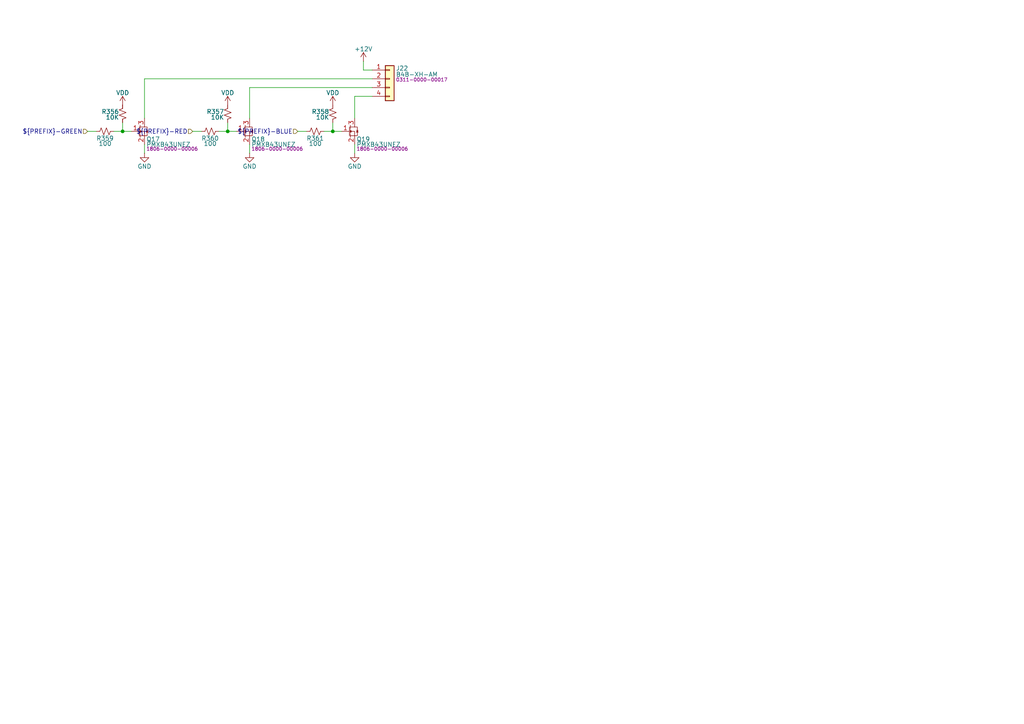
<source format=kicad_sch>
(kicad_sch
	(version 20250114)
	(generator "eeschema")
	(generator_version "9.0")
	(uuid "d7d31d92-9e18-41c2-a02e-017c1159420a")
	(paper "A4")
	(title_block
		(title "Benchy Motherboard AM625 - Lighting RGB Channel 1")
		(rev "REV1")
		(company "Daxxn Industries")
		(comment 4 "Small net labels (≤0.65) are for clarity and do not connect to other nets.")
	)
	(lib_symbols
		(symbol "DX_Connector_JST:B4B-XH-A"
			(pin_names
				(offset 1.016)
				(hide yes)
			)
			(exclude_from_sim no)
			(in_bom yes)
			(on_board yes)
			(property "Reference" "J"
				(at 1.778 3.048 0)
				(effects
					(font
						(size 1.27 1.27)
					)
					(justify left)
				)
			)
			(property "Value" "B4B-XH-AM"
				(at 1.778 1.27 0)
				(effects
					(font
						(size 1.27 1.27)
					)
					(justify left)
				)
			)
			(property "Footprint" "Connector_JST:JST_XH_B4B-XH-A_1x04_P2.50mm_Vertical"
				(at 0 10.414 0)
				(effects
					(font
						(size 1.27 1.27)
					)
					(hide yes)
				)
			)
			(property "Datasheet" "${DATASHEETS}/eXH.pdf"
				(at -0.254 12.954 0)
				(effects
					(font
						(size 1.27 1.27)
					)
					(hide yes)
				)
			)
			(property "Description" "CONN HEADER VERT 4POS 2.5MM"
				(at -0.762 8.636 0)
				(effects
					(font
						(size 1.27 1.27)
					)
					(hide yes)
				)
			)
			(property "PartNumber" "0311-0000-00017"
				(at 1.778 -0.254 0)
				(effects
					(font
						(size 1 1)
					)
					(justify left)
				)
			)
			(property "ki_keywords" "connector jst xh 4pin"
				(at 0 0 0)
				(effects
					(font
						(size 1.27 1.27)
					)
					(hide yes)
				)
			)
			(property "ki_fp_filters" "Connector*:*_1x??_*"
				(at 0 0 0)
				(effects
					(font
						(size 1.27 1.27)
					)
					(hide yes)
				)
			)
			(symbol "B4B-XH-A_1_1"
				(rectangle
					(start -1.27 3.81)
					(end 1.27 -6.35)
					(stroke
						(width 0.254)
						(type default)
					)
					(fill
						(type background)
					)
				)
				(rectangle
					(start -1.27 2.667)
					(end 0 2.413)
					(stroke
						(width 0.1524)
						(type default)
					)
					(fill
						(type none)
					)
				)
				(rectangle
					(start -1.27 0.127)
					(end 0 -0.127)
					(stroke
						(width 0.1524)
						(type default)
					)
					(fill
						(type none)
					)
				)
				(rectangle
					(start -1.27 -2.413)
					(end 0 -2.667)
					(stroke
						(width 0.1524)
						(type default)
					)
					(fill
						(type none)
					)
				)
				(rectangle
					(start -1.27 -4.953)
					(end 0 -5.207)
					(stroke
						(width 0.1524)
						(type default)
					)
					(fill
						(type none)
					)
				)
				(pin passive line
					(at -5.08 2.54 0)
					(length 3.81)
					(name "Pin_1"
						(effects
							(font
								(size 1.27 1.27)
							)
						)
					)
					(number "1"
						(effects
							(font
								(size 1.27 1.27)
							)
						)
					)
				)
				(pin passive line
					(at -5.08 0 0)
					(length 3.81)
					(name "Pin_2"
						(effects
							(font
								(size 1.27 1.27)
							)
						)
					)
					(number "2"
						(effects
							(font
								(size 1.27 1.27)
							)
						)
					)
				)
				(pin passive line
					(at -5.08 -2.54 0)
					(length 3.81)
					(name "Pin_3"
						(effects
							(font
								(size 1.27 1.27)
							)
						)
					)
					(number "3"
						(effects
							(font
								(size 1.27 1.27)
							)
						)
					)
				)
				(pin passive line
					(at -5.08 -5.08 0)
					(length 3.81)
					(name "Pin_4"
						(effects
							(font
								(size 1.27 1.27)
							)
						)
					)
					(number "4"
						(effects
							(font
								(size 1.27 1.27)
							)
						)
					)
				)
			)
			(embedded_fonts no)
		)
		(symbol "DX_Resistor:RC0402JR-07100RL"
			(pin_numbers
				(hide yes)
			)
			(pin_names
				(offset 0.254)
				(hide yes)
			)
			(exclude_from_sim no)
			(in_bom yes)
			(on_board yes)
			(property "Reference" "R"
				(at 1.016 0.635 0)
				(effects
					(font
						(size 1.27 1.27)
					)
					(justify left)
				)
			)
			(property "Value" "100"
				(at 1.016 -1.016 0)
				(effects
					(font
						(size 1.27 1.27)
					)
					(justify left)
				)
			)
			(property "Footprint" "Daxxn_Standard_Resistors:RES_0402"
				(at 0 5.334 0)
				(effects
					(font
						(size 1.27 1.27)
					)
					(hide yes)
				)
			)
			(property "Datasheet" "${DATASHEETS}/RC-Series.pdf"
				(at 0 6.35 0)
				(effects
					(font
						(size 1.27 1.27)
					)
					(hide yes)
				)
			)
			(property "Description" "RES 100 OHM 5% 1/16W 0402"
				(at 0 3.81 0)
				(effects
					(font
						(size 1.27 1.27)
					)
					(hide yes)
				)
			)
			(property "PartNumber" "0204-0000-00011"
				(at 0 7.874 0)
				(effects
					(font
						(size 1.27 1.27)
					)
					(hide yes)
				)
			)
			(property "ki_keywords" "r resistor daxxn"
				(at 0 0 0)
				(effects
					(font
						(size 1.27 1.27)
					)
					(hide yes)
				)
			)
			(property "ki_fp_filters" "R_*"
				(at 0 0 0)
				(effects
					(font
						(size 1.27 1.27)
					)
					(hide yes)
				)
			)
			(symbol "RC0402JR-07100RL_1_1"
				(polyline
					(pts
						(xy 0 1.524) (xy 1.016 1.143) (xy 0 0.762) (xy -1.016 0.381) (xy 0 0)
					)
					(stroke
						(width 0)
						(type default)
					)
					(fill
						(type none)
					)
				)
				(polyline
					(pts
						(xy 0 0) (xy 1.016 -0.381) (xy 0 -0.762) (xy -1.016 -1.143) (xy 0 -1.524)
					)
					(stroke
						(width 0)
						(type default)
					)
					(fill
						(type none)
					)
				)
				(pin passive line
					(at 0 2.54 270)
					(length 1.016)
					(name "~"
						(effects
							(font
								(size 1.27 1.27)
							)
						)
					)
					(number "1"
						(effects
							(font
								(size 1.27 1.27)
							)
						)
					)
				)
				(pin passive line
					(at 0 -2.54 90)
					(length 1.016)
					(name "~"
						(effects
							(font
								(size 1.27 1.27)
							)
						)
					)
					(number "2"
						(effects
							(font
								(size 1.27 1.27)
							)
						)
					)
				)
			)
			(embedded_fonts no)
		)
		(symbol "DX_Resistor:RC0402JR-0710KL"
			(pin_numbers
				(hide yes)
			)
			(pin_names
				(offset 0.254)
				(hide yes)
			)
			(exclude_from_sim no)
			(in_bom yes)
			(on_board yes)
			(property "Reference" "R"
				(at 1.016 0.635 0)
				(effects
					(font
						(size 1.27 1.27)
					)
					(justify left)
				)
			)
			(property "Value" "10K"
				(at 1.016 -1.016 0)
				(effects
					(font
						(size 1.27 1.27)
					)
					(justify left)
				)
			)
			(property "Footprint" "Daxxn_Standard_Resistors:RES_0402"
				(at 0 5.334 0)
				(effects
					(font
						(size 1.27 1.27)
					)
					(hide yes)
				)
			)
			(property "Datasheet" "${DATASHEETS}/RC-Series.pdf"
				(at 0 6.35 0)
				(effects
					(font
						(size 1.27 1.27)
					)
					(hide yes)
				)
			)
			(property "Description" "RES 10K OHM 5% 1/16W 0402"
				(at 0 3.81 0)
				(effects
					(font
						(size 1.27 1.27)
					)
					(hide yes)
				)
			)
			(property "PartNumber" "0204-0000-00016"
				(at 0 8.128 0)
				(effects
					(font
						(size 1.27 1.27)
					)
					(hide yes)
				)
			)
			(property "ki_keywords" "r resistor daxxn"
				(at 0 0 0)
				(effects
					(font
						(size 1.27 1.27)
					)
					(hide yes)
				)
			)
			(property "ki_fp_filters" "R_*"
				(at 0 0 0)
				(effects
					(font
						(size 1.27 1.27)
					)
					(hide yes)
				)
			)
			(symbol "RC0402JR-0710KL_1_1"
				(polyline
					(pts
						(xy 0 1.524) (xy 1.016 1.143) (xy 0 0.762) (xy -1.016 0.381) (xy 0 0)
					)
					(stroke
						(width 0)
						(type default)
					)
					(fill
						(type none)
					)
				)
				(polyline
					(pts
						(xy 0 0) (xy 1.016 -0.381) (xy 0 -0.762) (xy -1.016 -1.143) (xy 0 -1.524)
					)
					(stroke
						(width 0)
						(type default)
					)
					(fill
						(type none)
					)
				)
				(pin passive line
					(at 0 2.54 270)
					(length 1.016)
					(name "~"
						(effects
							(font
								(size 1.27 1.27)
							)
						)
					)
					(number "1"
						(effects
							(font
								(size 1.27 1.27)
							)
						)
					)
				)
				(pin passive line
					(at 0 -2.54 90)
					(length 1.016)
					(name "~"
						(effects
							(font
								(size 1.27 1.27)
							)
						)
					)
					(number "2"
						(effects
							(font
								(size 1.27 1.27)
							)
						)
					)
				)
			)
			(embedded_fonts no)
		)
		(symbol "DX_Transistor_MOSFET:PMXB43UNEZ"
			(exclude_from_sim no)
			(in_bom yes)
			(on_board yes)
			(property "Reference" "Q"
				(at 2.794 1.778 0)
				(effects
					(font
						(size 1.27 1.27)
					)
					(justify left)
				)
			)
			(property "Value" "PMXB43UNEZ"
				(at 2.794 0 0)
				(effects
					(font
						(size 1.27 1.27)
					)
					(justify left)
				)
			)
			(property "Footprint" "Daxxn_Packages:DFN1010D-3"
				(at 1.27 8.382 0)
				(effects
					(font
						(size 1.27 1.27)
					)
					(hide yes)
				)
			)
			(property "Datasheet" "%LOCAL_DATASHEETS%/PMXB43UNE.pdf"
				(at 1.27 5.842 0)
				(effects
					(font
						(size 1.27 1.27)
					)
					(hide yes)
				)
			)
			(property "Description" "N-Channel 20 V 3.2A (Ta) 400mW (Ta), 8.33W (Tc) Surface Mount DFN1010D-3"
				(at 0 7.112 0)
				(effects
					(font
						(size 1.27 1.27)
					)
					(hide yes)
				)
			)
			(property "PartNumber" "1806-0000-00006"
				(at 2.794 -1.524 0)
				(effects
					(font
						(size 1 1)
					)
					(justify left)
				)
			)
			(property "ki_keywords" "n-ch mosfet fet"
				(at 0 0 0)
				(effects
					(font
						(size 1.27 1.27)
					)
					(hide yes)
				)
			)
			(symbol "PMXB43UNEZ_0_0"
				(pin input line
					(at -2.54 0 0)
					(length 2.25)
					(name "G"
						(effects
							(font
								(size 0 0)
							)
						)
					)
					(number "1"
						(effects
							(font
								(size 1.27 1.27)
							)
						)
					)
				)
				(pin bidirectional line
					(at 1.27 3.81 270)
					(length 2.54)
					(name "D"
						(effects
							(font
								(size 0 0)
							)
						)
					)
					(number "3"
						(effects
							(font
								(size 1.27 1.27)
							)
						)
					)
				)
				(pin bidirectional line
					(at 1.27 -3.81 90)
					(length 2.54)
					(name "S"
						(effects
							(font
								(size 0 0)
							)
						)
					)
					(number "2"
						(effects
							(font
								(size 1.27 1.27)
							)
						)
					)
				)
			)
			(symbol "PMXB43UNEZ_0_1"
				(polyline
					(pts
						(xy -0.254 -1.27) (xy -0.254 1.27)
					)
					(stroke
						(width 0)
						(type default)
					)
					(fill
						(type none)
					)
				)
				(polyline
					(pts
						(xy 0 1.778) (xy 0 0.762)
					)
					(stroke
						(width 0)
						(type default)
					)
					(fill
						(type none)
					)
				)
				(polyline
					(pts
						(xy 0 1.27) (xy 1.27 1.27) (xy 1.27 1.27)
					)
					(stroke
						(width 0)
						(type default)
					)
					(fill
						(type none)
					)
				)
				(polyline
					(pts
						(xy 0 0) (xy 0.254 0.254) (xy 0.254 -0.254) (xy 0 0)
					)
					(stroke
						(width 0)
						(type default)
					)
					(fill
						(type none)
					)
				)
				(polyline
					(pts
						(xy 0 -0.508) (xy 0 0.508)
					)
					(stroke
						(width 0)
						(type default)
					)
					(fill
						(type none)
					)
				)
				(polyline
					(pts
						(xy 0 -1.27) (xy 1.27 -1.27) (xy 1.27 -1.27)
					)
					(stroke
						(width 0)
						(type default)
					)
					(fill
						(type none)
					)
				)
				(polyline
					(pts
						(xy 0 -1.778) (xy 0 -0.762)
					)
					(stroke
						(width 0)
						(type default)
					)
					(fill
						(type none)
					)
				)
				(polyline
					(pts
						(xy 1.27 -1.27) (xy 1.27 0) (xy 0 0)
					)
					(stroke
						(width 0)
						(type default)
					)
					(fill
						(type none)
					)
				)
				(polyline
					(pts
						(xy 1.27 -1.27) (xy 2.032 -1.27) (xy 2.032 1.27) (xy 1.27 1.27)
					)
					(stroke
						(width 0)
						(type default)
					)
					(fill
						(type none)
					)
				)
				(polyline
					(pts
						(xy 1.778 0.254) (xy 2.286 0.254)
					)
					(stroke
						(width 0)
						(type default)
					)
					(fill
						(type none)
					)
				)
				(polyline
					(pts
						(xy 2.032 0.254) (xy 1.778 -0.254) (xy 2.286 -0.254) (xy 2.032 0.254)
					)
					(stroke
						(width 0)
						(type default)
					)
					(fill
						(type outline)
					)
				)
			)
			(embedded_fonts no)
		)
		(symbol "power:+12V"
			(power)
			(pin_numbers
				(hide yes)
			)
			(pin_names
				(offset 0)
				(hide yes)
			)
			(exclude_from_sim no)
			(in_bom yes)
			(on_board yes)
			(property "Reference" "#PWR"
				(at 0 -3.81 0)
				(effects
					(font
						(size 1.27 1.27)
					)
					(hide yes)
				)
			)
			(property "Value" "+12V"
				(at 0 3.556 0)
				(effects
					(font
						(size 1.27 1.27)
					)
				)
			)
			(property "Footprint" ""
				(at 0 0 0)
				(effects
					(font
						(size 1.27 1.27)
					)
					(hide yes)
				)
			)
			(property "Datasheet" ""
				(at 0 0 0)
				(effects
					(font
						(size 1.27 1.27)
					)
					(hide yes)
				)
			)
			(property "Description" "Power symbol creates a global label with name \"+12V\""
				(at 0 0 0)
				(effects
					(font
						(size 1.27 1.27)
					)
					(hide yes)
				)
			)
			(property "ki_keywords" "global power"
				(at 0 0 0)
				(effects
					(font
						(size 1.27 1.27)
					)
					(hide yes)
				)
			)
			(symbol "+12V_0_1"
				(polyline
					(pts
						(xy -0.762 1.27) (xy 0 2.54)
					)
					(stroke
						(width 0)
						(type default)
					)
					(fill
						(type none)
					)
				)
				(polyline
					(pts
						(xy 0 2.54) (xy 0.762 1.27)
					)
					(stroke
						(width 0)
						(type default)
					)
					(fill
						(type none)
					)
				)
				(polyline
					(pts
						(xy 0 0) (xy 0 2.54)
					)
					(stroke
						(width 0)
						(type default)
					)
					(fill
						(type none)
					)
				)
			)
			(symbol "+12V_1_1"
				(pin power_in line
					(at 0 0 90)
					(length 0)
					(name "~"
						(effects
							(font
								(size 1.27 1.27)
							)
						)
					)
					(number "1"
						(effects
							(font
								(size 1.27 1.27)
							)
						)
					)
				)
			)
			(embedded_fonts no)
		)
		(symbol "power:GND"
			(power)
			(pin_numbers
				(hide yes)
			)
			(pin_names
				(offset 0)
				(hide yes)
			)
			(exclude_from_sim no)
			(in_bom yes)
			(on_board yes)
			(property "Reference" "#PWR"
				(at 0 -6.35 0)
				(effects
					(font
						(size 1.27 1.27)
					)
					(hide yes)
				)
			)
			(property "Value" "GND"
				(at 0 -3.81 0)
				(effects
					(font
						(size 1.27 1.27)
					)
				)
			)
			(property "Footprint" ""
				(at 0 0 0)
				(effects
					(font
						(size 1.27 1.27)
					)
					(hide yes)
				)
			)
			(property "Datasheet" ""
				(at 0 0 0)
				(effects
					(font
						(size 1.27 1.27)
					)
					(hide yes)
				)
			)
			(property "Description" "Power symbol creates a global label with name \"GND\" , ground"
				(at 0 0 0)
				(effects
					(font
						(size 1.27 1.27)
					)
					(hide yes)
				)
			)
			(property "ki_keywords" "global power"
				(at 0 0 0)
				(effects
					(font
						(size 1.27 1.27)
					)
					(hide yes)
				)
			)
			(symbol "GND_0_1"
				(polyline
					(pts
						(xy 0 0) (xy 0 -1.27) (xy 1.27 -1.27) (xy 0 -2.54) (xy -1.27 -1.27) (xy 0 -1.27)
					)
					(stroke
						(width 0)
						(type default)
					)
					(fill
						(type none)
					)
				)
			)
			(symbol "GND_1_1"
				(pin power_in line
					(at 0 0 270)
					(length 0)
					(name "~"
						(effects
							(font
								(size 1.27 1.27)
							)
						)
					)
					(number "1"
						(effects
							(font
								(size 1.27 1.27)
							)
						)
					)
				)
			)
			(embedded_fonts no)
		)
		(symbol "power:VDD"
			(power)
			(pin_numbers
				(hide yes)
			)
			(pin_names
				(offset 0)
				(hide yes)
			)
			(exclude_from_sim no)
			(in_bom yes)
			(on_board yes)
			(property "Reference" "#PWR"
				(at 0 -3.81 0)
				(effects
					(font
						(size 1.27 1.27)
					)
					(hide yes)
				)
			)
			(property "Value" "VDD"
				(at 0 3.556 0)
				(effects
					(font
						(size 1.27 1.27)
					)
				)
			)
			(property "Footprint" ""
				(at 0 0 0)
				(effects
					(font
						(size 1.27 1.27)
					)
					(hide yes)
				)
			)
			(property "Datasheet" ""
				(at 0 0 0)
				(effects
					(font
						(size 1.27 1.27)
					)
					(hide yes)
				)
			)
			(property "Description" "Power symbol creates a global label with name \"VDD\""
				(at 0 0 0)
				(effects
					(font
						(size 1.27 1.27)
					)
					(hide yes)
				)
			)
			(property "ki_keywords" "global power"
				(at 0 0 0)
				(effects
					(font
						(size 1.27 1.27)
					)
					(hide yes)
				)
			)
			(symbol "VDD_0_1"
				(polyline
					(pts
						(xy -0.762 1.27) (xy 0 2.54)
					)
					(stroke
						(width 0)
						(type default)
					)
					(fill
						(type none)
					)
				)
				(polyline
					(pts
						(xy 0 2.54) (xy 0.762 1.27)
					)
					(stroke
						(width 0)
						(type default)
					)
					(fill
						(type none)
					)
				)
				(polyline
					(pts
						(xy 0 0) (xy 0 2.54)
					)
					(stroke
						(width 0)
						(type default)
					)
					(fill
						(type none)
					)
				)
			)
			(symbol "VDD_1_1"
				(pin power_in line
					(at 0 0 90)
					(length 0)
					(name "~"
						(effects
							(font
								(size 1.27 1.27)
							)
						)
					)
					(number "1"
						(effects
							(font
								(size 1.27 1.27)
							)
						)
					)
				)
			)
			(embedded_fonts no)
		)
	)
	(junction
		(at 66.04 38.1)
		(diameter 0)
		(color 0 0 0 0)
		(uuid "1ff6e0a1-d3f2-436f-b2e7-94105c5ef4ec")
	)
	(junction
		(at 96.52 38.1)
		(diameter 0)
		(color 0 0 0 0)
		(uuid "3be41e56-2514-4349-82c1-bcbb6362afb3")
	)
	(junction
		(at 35.56 38.1)
		(diameter 0)
		(color 0 0 0 0)
		(uuid "ca21646f-aa2a-4f51-a044-9c8bf1e73c05")
	)
	(wire
		(pts
			(xy 35.56 38.1) (xy 38.1 38.1)
		)
		(stroke
			(width 0)
			(type default)
		)
		(uuid "20ee4fa9-b0aa-46c1-8a5c-71c8e5bf6302")
	)
	(wire
		(pts
			(xy 105.41 17.78) (xy 105.41 20.32)
		)
		(stroke
			(width 0)
			(type default)
		)
		(uuid "21aede7d-cf22-4688-9d90-e530aa63785c")
	)
	(wire
		(pts
			(xy 93.98 38.1) (xy 96.52 38.1)
		)
		(stroke
			(width 0)
			(type default)
		)
		(uuid "23f46d8e-9abc-4dd6-bac7-0f848060fe23")
	)
	(wire
		(pts
			(xy 72.39 34.29) (xy 72.39 25.4)
		)
		(stroke
			(width 0)
			(type default)
		)
		(uuid "44fe8ac3-69b0-415a-a35c-87608ba4aa55")
	)
	(wire
		(pts
			(xy 107.95 22.86) (xy 41.91 22.86)
		)
		(stroke
			(width 0)
			(type default)
		)
		(uuid "460198a4-2dd2-41e8-90ed-8462051bc11a")
	)
	(wire
		(pts
			(xy 96.52 38.1) (xy 99.06 38.1)
		)
		(stroke
			(width 0)
			(type default)
		)
		(uuid "520d5477-fe97-4976-b001-9ccbf303d7ef")
	)
	(wire
		(pts
			(xy 66.04 35.56) (xy 66.04 38.1)
		)
		(stroke
			(width 0)
			(type default)
		)
		(uuid "60032388-51e7-471d-bedc-5b5764f44c0c")
	)
	(wire
		(pts
			(xy 25.4 38.1) (xy 27.94 38.1)
		)
		(stroke
			(width 0)
			(type default)
		)
		(uuid "854aba0d-3b6d-4a7c-8967-9e1b76d8531d")
	)
	(wire
		(pts
			(xy 102.87 41.91) (xy 102.87 44.45)
		)
		(stroke
			(width 0)
			(type default)
		)
		(uuid "a9fab39c-c7b2-43fb-8d59-1c02930fd8ce")
	)
	(wire
		(pts
			(xy 41.91 41.91) (xy 41.91 44.45)
		)
		(stroke
			(width 0)
			(type default)
		)
		(uuid "adec2ee5-a54a-4e38-80ad-ace9bd206de7")
	)
	(wire
		(pts
			(xy 102.87 34.29) (xy 102.87 27.94)
		)
		(stroke
			(width 0)
			(type default)
		)
		(uuid "af468fad-6ce5-4581-bb37-c9dbaacbbe28")
	)
	(wire
		(pts
			(xy 35.56 35.56) (xy 35.56 38.1)
		)
		(stroke
			(width 0)
			(type default)
		)
		(uuid "af5ed1ee-4d7a-4a7a-a352-8e424a7ab85e")
	)
	(wire
		(pts
			(xy 41.91 22.86) (xy 41.91 34.29)
		)
		(stroke
			(width 0)
			(type default)
		)
		(uuid "b7b28bf3-b91c-4898-b1fa-94fe36c27ad3")
	)
	(wire
		(pts
			(xy 107.95 20.32) (xy 105.41 20.32)
		)
		(stroke
			(width 0)
			(type default)
		)
		(uuid "b7f73f9b-8ae7-40c9-a093-319300f68631")
	)
	(wire
		(pts
			(xy 102.87 27.94) (xy 107.95 27.94)
		)
		(stroke
			(width 0)
			(type default)
		)
		(uuid "baef1b5e-9ea5-436d-9f6b-6f4542d8c694")
	)
	(wire
		(pts
			(xy 55.88 38.1) (xy 58.42 38.1)
		)
		(stroke
			(width 0)
			(type default)
		)
		(uuid "bb9f5aa1-2f4e-4cc7-9e22-a158b8f2c78b")
	)
	(wire
		(pts
			(xy 96.52 35.56) (xy 96.52 38.1)
		)
		(stroke
			(width 0)
			(type default)
		)
		(uuid "d0db85aa-becf-409a-ae7f-f4416f2d1212")
	)
	(wire
		(pts
			(xy 63.5 38.1) (xy 66.04 38.1)
		)
		(stroke
			(width 0)
			(type default)
		)
		(uuid "ec8ca55f-a6aa-4e72-8b75-38b7167dd5ee")
	)
	(wire
		(pts
			(xy 72.39 41.91) (xy 72.39 44.45)
		)
		(stroke
			(width 0)
			(type default)
		)
		(uuid "efcebbb2-4ed5-442e-a812-8f4255d67124")
	)
	(wire
		(pts
			(xy 33.02 38.1) (xy 35.56 38.1)
		)
		(stroke
			(width 0)
			(type default)
		)
		(uuid "f66b8a9c-ac9e-4660-8509-4ffcfd61379b")
	)
	(wire
		(pts
			(xy 72.39 25.4) (xy 107.95 25.4)
		)
		(stroke
			(width 0)
			(type default)
		)
		(uuid "fc75c11e-2ab0-4ea2-858c-b4c016387c0f")
	)
	(wire
		(pts
			(xy 86.36 38.1) (xy 88.9 38.1)
		)
		(stroke
			(width 0)
			(type default)
		)
		(uuid "fd19eff0-6b26-414e-816f-f72e445be4b3")
	)
	(wire
		(pts
			(xy 66.04 38.1) (xy 68.58 38.1)
		)
		(stroke
			(width 0)
			(type default)
		)
		(uuid "fed16901-576b-4d9f-863e-db10094c6bee")
	)
	(hierarchical_label "${PREFIX}-GREEN"
		(shape input)
		(at 25.4 38.1 180)
		(effects
			(font
				(size 1.27 1.27)
			)
			(justify right)
		)
		(uuid "50562028-d75c-4cbf-bb41-f9b66fc8b3ed")
	)
	(hierarchical_label "${PREFIX}-BLUE"
		(shape input)
		(at 86.36 38.1 180)
		(effects
			(font
				(size 1.27 1.27)
			)
			(justify right)
		)
		(uuid "5f8872b0-0a50-4ee2-9d48-fba5d69d30e3")
	)
	(hierarchical_label "${PREFIX}-RED"
		(shape input)
		(at 55.88 38.1 180)
		(effects
			(font
				(size 1.27 1.27)
			)
			(justify right)
		)
		(uuid "d2365eac-4adb-49ec-a3b1-27fb7516f4b2")
	)
	(symbol
		(lib_id "power:GND")
		(at 41.91 44.45 0)
		(unit 1)
		(exclude_from_sim no)
		(in_bom yes)
		(on_board yes)
		(dnp no)
		(uuid "1191265f-904a-4e0e-bc79-649633e79358")
		(property "Reference" "#PWR0560"
			(at 41.91 50.8 0)
			(effects
				(font
					(size 1.27 1.27)
				)
				(hide yes)
			)
		)
		(property "Value" "GND"
			(at 41.91 48.26 0)
			(effects
				(font
					(size 1.27 1.27)
				)
			)
		)
		(property "Footprint" ""
			(at 41.91 44.45 0)
			(effects
				(font
					(size 1.27 1.27)
				)
				(hide yes)
			)
		)
		(property "Datasheet" ""
			(at 41.91 44.45 0)
			(effects
				(font
					(size 1.27 1.27)
				)
				(hide yes)
			)
		)
		(property "Description" "Power symbol creates a global label with name \"GND\" , ground"
			(at 41.91 44.45 0)
			(effects
				(font
					(size 1.27 1.27)
				)
				(hide yes)
			)
		)
		(pin "1"
			(uuid "362ebd45-4873-42f7-9897-5804adbe930e")
		)
		(instances
			(project "BenchyMotherBoard-AM625"
				(path "/7184a1e6-58da-49c8-8a6c-ea31385ec956/8494b7c1-cb3d-49c1-ba37-1630d97ce06f/3fe17120-705d-40ef-9e19-837f254f8ef5"
					(reference "#PWR0560")
					(unit 1)
				)
			)
		)
	)
	(symbol
		(lib_id "DX_Resistor:RC0402JR-07100RL")
		(at 30.48 38.1 90)
		(unit 1)
		(exclude_from_sim no)
		(in_bom yes)
		(on_board yes)
		(dnp no)
		(uuid "2cae50da-825f-4a70-a8ef-a35b1f69eb0f")
		(property "Reference" "R359"
			(at 30.48 40.132 90)
			(effects
				(font
					(size 1.27 1.27)
				)
			)
		)
		(property "Value" "100"
			(at 30.48 41.656 90)
			(effects
				(font
					(size 1.27 1.27)
				)
			)
		)
		(property "Footprint" "Daxxn_Standard_Resistors:RES_0402"
			(at 25.146 38.1 0)
			(effects
				(font
					(size 1.27 1.27)
				)
				(hide yes)
			)
		)
		(property "Datasheet" "${DATASHEETS}/RC-Series.pdf"
			(at 24.13 38.1 0)
			(effects
				(font
					(size 1.27 1.27)
				)
				(hide yes)
			)
		)
		(property "Description" "RES 100 OHM 5% 1/16W 0402"
			(at 26.67 38.1 0)
			(effects
				(font
					(size 1.27 1.27)
				)
				(hide yes)
			)
		)
		(property "PartNumber" "0204-0000-00011"
			(at 22.606 38.1 0)
			(effects
				(font
					(size 1.27 1.27)
				)
				(hide yes)
			)
		)
		(pin "2"
			(uuid "f3b6ac5e-3e33-4aa0-82cd-b3aa146f31d9")
		)
		(pin "1"
			(uuid "99a45b98-8ed5-40ec-8805-1aae5de95764")
		)
		(instances
			(project "BenchyMotherBoard-AM625"
				(path "/7184a1e6-58da-49c8-8a6c-ea31385ec956/8494b7c1-cb3d-49c1-ba37-1630d97ce06f/3fe17120-705d-40ef-9e19-837f254f8ef5"
					(reference "R359")
					(unit 1)
				)
			)
		)
	)
	(symbol
		(lib_id "DX_Transistor_MOSFET:PMXB43UNEZ")
		(at 71.12 38.1 0)
		(unit 1)
		(exclude_from_sim no)
		(in_bom yes)
		(on_board yes)
		(dnp no)
		(uuid "4a0adf49-075d-49d8-84c2-7e05b2ca3d73")
		(property "Reference" "Q18"
			(at 72.898 40.386 0)
			(effects
				(font
					(size 1.27 1.27)
				)
				(justify left)
			)
		)
		(property "Value" "PMXB43UNEZ"
			(at 72.898 41.91 0)
			(effects
				(font
					(size 1.27 1.27)
				)
				(justify left)
			)
		)
		(property "Footprint" "Daxxn_Packages:DFN1010D-3"
			(at 72.39 29.718 0)
			(effects
				(font
					(size 1.27 1.27)
				)
				(hide yes)
			)
		)
		(property "Datasheet" "%LOCAL_DATASHEETS%/PMXB43UNE.pdf"
			(at 72.39 32.258 0)
			(effects
				(font
					(size 1.27 1.27)
				)
				(hide yes)
			)
		)
		(property "Description" "N-Channel 20 V 3.2A (Ta) 400mW (Ta), 8.33W (Tc) Surface Mount DFN1010D-3"
			(at 71.12 30.988 0)
			(effects
				(font
					(size 1.27 1.27)
				)
				(hide yes)
			)
		)
		(property "PartNumber" "1806-0000-00006"
			(at 72.898 43.18 0)
			(effects
				(font
					(size 1 1)
				)
				(justify left)
			)
		)
		(pin "3"
			(uuid "409f8bfb-7048-456a-b6ef-a92d02e76516")
		)
		(pin "1"
			(uuid "10ad7926-a580-49e8-8fbb-8d79dddb776f")
		)
		(pin "2"
			(uuid "050d6a09-f3f0-41cb-ae38-3c876cb93d4a")
		)
		(instances
			(project "BenchyMotherBoard-AM625"
				(path "/7184a1e6-58da-49c8-8a6c-ea31385ec956/8494b7c1-cb3d-49c1-ba37-1630d97ce06f/3fe17120-705d-40ef-9e19-837f254f8ef5"
					(reference "Q18")
					(unit 1)
				)
			)
		)
	)
	(symbol
		(lib_id "power:VDD")
		(at 96.52 30.48 0)
		(unit 1)
		(exclude_from_sim no)
		(in_bom yes)
		(on_board yes)
		(dnp no)
		(uuid "4a5d997f-4d29-40a8-bcbc-38ab9d71ee31")
		(property "Reference" "#PWR0559"
			(at 96.52 34.29 0)
			(effects
				(font
					(size 1.27 1.27)
				)
				(hide yes)
			)
		)
		(property "Value" "VDD"
			(at 96.52 26.924 0)
			(effects
				(font
					(size 1.27 1.27)
				)
			)
		)
		(property "Footprint" ""
			(at 96.52 30.48 0)
			(effects
				(font
					(size 1.27 1.27)
				)
				(hide yes)
			)
		)
		(property "Datasheet" ""
			(at 96.52 30.48 0)
			(effects
				(font
					(size 1.27 1.27)
				)
				(hide yes)
			)
		)
		(property "Description" "Power symbol creates a global label with name \"VDD\""
			(at 96.52 30.48 0)
			(effects
				(font
					(size 1.27 1.27)
				)
				(hide yes)
			)
		)
		(pin "1"
			(uuid "10f60d1d-d06e-40c2-b629-e13b9298ac67")
		)
		(instances
			(project "BenchyMotherBoard-AM625"
				(path "/7184a1e6-58da-49c8-8a6c-ea31385ec956/8494b7c1-cb3d-49c1-ba37-1630d97ce06f/3fe17120-705d-40ef-9e19-837f254f8ef5"
					(reference "#PWR0559")
					(unit 1)
				)
			)
		)
	)
	(symbol
		(lib_id "DX_Transistor_MOSFET:PMXB43UNEZ")
		(at 101.6 38.1 0)
		(unit 1)
		(exclude_from_sim no)
		(in_bom yes)
		(on_board yes)
		(dnp no)
		(uuid "63535092-9ad6-4477-bc59-93158329924c")
		(property "Reference" "Q19"
			(at 103.378 40.386 0)
			(effects
				(font
					(size 1.27 1.27)
				)
				(justify left)
			)
		)
		(property "Value" "PMXB43UNEZ"
			(at 103.378 41.91 0)
			(effects
				(font
					(size 1.27 1.27)
				)
				(justify left)
			)
		)
		(property "Footprint" "Daxxn_Packages:DFN1010D-3"
			(at 102.87 29.718 0)
			(effects
				(font
					(size 1.27 1.27)
				)
				(hide yes)
			)
		)
		(property "Datasheet" "%LOCAL_DATASHEETS%/PMXB43UNE.pdf"
			(at 102.87 32.258 0)
			(effects
				(font
					(size 1.27 1.27)
				)
				(hide yes)
			)
		)
		(property "Description" "N-Channel 20 V 3.2A (Ta) 400mW (Ta), 8.33W (Tc) Surface Mount DFN1010D-3"
			(at 101.6 30.988 0)
			(effects
				(font
					(size 1.27 1.27)
				)
				(hide yes)
			)
		)
		(property "PartNumber" "1806-0000-00006"
			(at 103.378 43.18 0)
			(effects
				(font
					(size 1 1)
				)
				(justify left)
			)
		)
		(pin "3"
			(uuid "ee181c5e-20c4-4f5d-833c-9343c897d976")
		)
		(pin "1"
			(uuid "02bfb68a-83cb-4df6-8d3d-d992cfd402f0")
		)
		(pin "2"
			(uuid "1f9a0bde-2679-469c-baab-da3dc3077a43")
		)
		(instances
			(project "BenchyMotherBoard-AM625"
				(path "/7184a1e6-58da-49c8-8a6c-ea31385ec956/8494b7c1-cb3d-49c1-ba37-1630d97ce06f/3fe17120-705d-40ef-9e19-837f254f8ef5"
					(reference "Q19")
					(unit 1)
				)
			)
		)
	)
	(symbol
		(lib_id "power:VDD")
		(at 66.04 30.48 0)
		(unit 1)
		(exclude_from_sim no)
		(in_bom yes)
		(on_board yes)
		(dnp no)
		(uuid "732dfe97-2f70-460c-9552-d9acfcdec72a")
		(property "Reference" "#PWR0558"
			(at 66.04 34.29 0)
			(effects
				(font
					(size 1.27 1.27)
				)
				(hide yes)
			)
		)
		(property "Value" "VDD"
			(at 66.04 26.924 0)
			(effects
				(font
					(size 1.27 1.27)
				)
			)
		)
		(property "Footprint" ""
			(at 66.04 30.48 0)
			(effects
				(font
					(size 1.27 1.27)
				)
				(hide yes)
			)
		)
		(property "Datasheet" ""
			(at 66.04 30.48 0)
			(effects
				(font
					(size 1.27 1.27)
				)
				(hide yes)
			)
		)
		(property "Description" "Power symbol creates a global label with name \"VDD\""
			(at 66.04 30.48 0)
			(effects
				(font
					(size 1.27 1.27)
				)
				(hide yes)
			)
		)
		(pin "1"
			(uuid "147a8977-e575-4d39-9ee5-9f3f71f29bad")
		)
		(instances
			(project "BenchyMotherBoard-AM625"
				(path "/7184a1e6-58da-49c8-8a6c-ea31385ec956/8494b7c1-cb3d-49c1-ba37-1630d97ce06f/3fe17120-705d-40ef-9e19-837f254f8ef5"
					(reference "#PWR0558")
					(unit 1)
				)
			)
		)
	)
	(symbol
		(lib_id "DX_Connector_JST:B4B-XH-A")
		(at 113.03 22.86 0)
		(unit 1)
		(exclude_from_sim no)
		(in_bom yes)
		(on_board yes)
		(dnp no)
		(uuid "7e91606e-c655-4973-97b4-40057b79d75b")
		(property "Reference" "J33"
			(at 114.808 19.812 0)
			(effects
				(font
					(size 1.27 1.27)
				)
				(justify left)
			)
		)
		(property "Value" "B4B-XH-AM"
			(at 114.808 21.59 0)
			(effects
				(font
					(size 1.27 1.27)
				)
				(justify left)
			)
		)
		(property "Footprint" "Connector_JST:JST_XH_B4B-XH-A_1x04_P2.50mm_Vertical"
			(at 113.03 12.446 0)
			(effects
				(font
					(size 1.27 1.27)
				)
				(hide yes)
			)
		)
		(property "Datasheet" "${DATASHEETS}/eXH.pdf"
			(at 112.776 9.906 0)
			(effects
				(font
					(size 1.27 1.27)
				)
				(hide yes)
			)
		)
		(property "Description" "CONN HEADER VERT 4POS 2.5MM"
			(at 112.268 14.224 0)
			(effects
				(font
					(size 1.27 1.27)
				)
				(hide yes)
			)
		)
		(property "PartNumber" "0311-0000-00017"
			(at 114.808 23.114 0)
			(effects
				(font
					(size 1 1)
				)
				(justify left)
			)
		)
		(pin "1"
			(uuid "c5cb0b2e-179f-47e5-99e5-2d6d5fdd883d")
		)
		(pin "2"
			(uuid "8794d13d-034f-4fd8-b0e0-014eb1c20200")
		)
		(pin "4"
			(uuid "1834ff58-8a07-4026-80a6-e3d91787dbf3")
		)
		(pin "3"
			(uuid "6bf98f49-ff2d-4e09-bc80-94e69cc7fc45")
		)
		(instances
			(project ""
				(path "/7184a1e6-58da-49c8-8a6c-ea31385ec956/8494b7c1-cb3d-49c1-ba37-1630d97ce06f"
					(reference "J22")
					(unit 1)
				)
				(path "/7184a1e6-58da-49c8-8a6c-ea31385ec956/8494b7c1-cb3d-49c1-ba37-1630d97ce06f/3fe17120-705d-40ef-9e19-837f254f8ef5"
					(reference "J33")
					(unit 1)
				)
			)
		)
	)
	(symbol
		(lib_id "DX_Resistor:RC0402JR-07100RL")
		(at 91.44 38.1 90)
		(unit 1)
		(exclude_from_sim no)
		(in_bom yes)
		(on_board yes)
		(dnp no)
		(uuid "8fe22675-c6ac-4644-91fd-5795bf5d4ba3")
		(property "Reference" "R361"
			(at 91.44 40.132 90)
			(effects
				(font
					(size 1.27 1.27)
				)
			)
		)
		(property "Value" "100"
			(at 91.44 41.656 90)
			(effects
				(font
					(size 1.27 1.27)
				)
			)
		)
		(property "Footprint" "Daxxn_Standard_Resistors:RES_0402"
			(at 86.106 38.1 0)
			(effects
				(font
					(size 1.27 1.27)
				)
				(hide yes)
			)
		)
		(property "Datasheet" "${DATASHEETS}/RC-Series.pdf"
			(at 85.09 38.1 0)
			(effects
				(font
					(size 1.27 1.27)
				)
				(hide yes)
			)
		)
		(property "Description" "RES 100 OHM 5% 1/16W 0402"
			(at 87.63 38.1 0)
			(effects
				(font
					(size 1.27 1.27)
				)
				(hide yes)
			)
		)
		(property "PartNumber" "0204-0000-00011"
			(at 83.566 38.1 0)
			(effects
				(font
					(size 1.27 1.27)
				)
				(hide yes)
			)
		)
		(pin "2"
			(uuid "209cf30c-0731-4038-adb7-e82eb6cedda6")
		)
		(pin "1"
			(uuid "5dc3c8ea-dfa5-4a57-90ce-2e3e679586e8")
		)
		(instances
			(project "BenchyMotherBoard-AM625"
				(path "/7184a1e6-58da-49c8-8a6c-ea31385ec956/8494b7c1-cb3d-49c1-ba37-1630d97ce06f/3fe17120-705d-40ef-9e19-837f254f8ef5"
					(reference "R361")
					(unit 1)
				)
			)
		)
	)
	(symbol
		(lib_id "DX_Resistor:RC0402JR-07100RL")
		(at 60.96 38.1 90)
		(unit 1)
		(exclude_from_sim no)
		(in_bom yes)
		(on_board yes)
		(dnp no)
		(uuid "94af70bc-ce34-4be2-b6df-78dc9cbd755d")
		(property "Reference" "R360"
			(at 60.96 40.132 90)
			(effects
				(font
					(size 1.27 1.27)
				)
			)
		)
		(property "Value" "100"
			(at 60.96 41.656 90)
			(effects
				(font
					(size 1.27 1.27)
				)
			)
		)
		(property "Footprint" "Daxxn_Standard_Resistors:RES_0402"
			(at 55.626 38.1 0)
			(effects
				(font
					(size 1.27 1.27)
				)
				(hide yes)
			)
		)
		(property "Datasheet" "${DATASHEETS}/RC-Series.pdf"
			(at 54.61 38.1 0)
			(effects
				(font
					(size 1.27 1.27)
				)
				(hide yes)
			)
		)
		(property "Description" "RES 100 OHM 5% 1/16W 0402"
			(at 57.15 38.1 0)
			(effects
				(font
					(size 1.27 1.27)
				)
				(hide yes)
			)
		)
		(property "PartNumber" "0204-0000-00011"
			(at 53.086 38.1 0)
			(effects
				(font
					(size 1.27 1.27)
				)
				(hide yes)
			)
		)
		(pin "2"
			(uuid "6f7c6529-007e-4d01-92f0-b17709bdcb9a")
		)
		(pin "1"
			(uuid "704e660e-3ff5-4c4c-8648-0acda8eb433b")
		)
		(instances
			(project "BenchyMotherBoard-AM625"
				(path "/7184a1e6-58da-49c8-8a6c-ea31385ec956/8494b7c1-cb3d-49c1-ba37-1630d97ce06f/3fe17120-705d-40ef-9e19-837f254f8ef5"
					(reference "R360")
					(unit 1)
				)
			)
		)
	)
	(symbol
		(lib_id "power:+12V")
		(at 105.41 17.78 0)
		(unit 1)
		(exclude_from_sim no)
		(in_bom yes)
		(on_board yes)
		(dnp no)
		(uuid "95bcd523-b1a4-4549-ae7e-3c299e4b2377")
		(property "Reference" "#PWR0556"
			(at 105.41 21.59 0)
			(effects
				(font
					(size 1.27 1.27)
				)
				(hide yes)
			)
		)
		(property "Value" "+12V"
			(at 105.41 14.224 0)
			(effects
				(font
					(size 1.27 1.27)
				)
			)
		)
		(property "Footprint" ""
			(at 105.41 17.78 0)
			(effects
				(font
					(size 1.27 1.27)
				)
				(hide yes)
			)
		)
		(property "Datasheet" ""
			(at 105.41 17.78 0)
			(effects
				(font
					(size 1.27 1.27)
				)
				(hide yes)
			)
		)
		(property "Description" "Power symbol creates a global label with name \"+12V\""
			(at 105.41 17.78 0)
			(effects
				(font
					(size 1.27 1.27)
				)
				(hide yes)
			)
		)
		(pin "1"
			(uuid "33f3beb4-2d30-40a4-b497-641edb1106de")
		)
		(instances
			(project "BenchyMotherBoard-AM625"
				(path "/7184a1e6-58da-49c8-8a6c-ea31385ec956/8494b7c1-cb3d-49c1-ba37-1630d97ce06f/3fe17120-705d-40ef-9e19-837f254f8ef5"
					(reference "#PWR0556")
					(unit 1)
				)
			)
		)
	)
	(symbol
		(lib_id "DX_Resistor:RC0402JR-0710KL")
		(at 96.52 33.02 0)
		(mirror y)
		(unit 1)
		(exclude_from_sim no)
		(in_bom yes)
		(on_board yes)
		(dnp no)
		(uuid "a4863b10-f7a3-45f3-b77a-376bda544260")
		(property "Reference" "R358"
			(at 95.504 32.385 0)
			(effects
				(font
					(size 1.27 1.27)
				)
				(justify left)
			)
		)
		(property "Value" "10K"
			(at 95.504 34.036 0)
			(effects
				(font
					(size 1.27 1.27)
				)
				(justify left)
			)
		)
		(property "Footprint" "Daxxn_Standard_Resistors:RES_0402"
			(at 96.52 27.686 0)
			(effects
				(font
					(size 1.27 1.27)
				)
				(hide yes)
			)
		)
		(property "Datasheet" "${DATASHEETS}/RC-Series.pdf"
			(at 96.52 26.67 0)
			(effects
				(font
					(size 1.27 1.27)
				)
				(hide yes)
			)
		)
		(property "Description" "RES 10K OHM 5% 1/16W 0402"
			(at 96.52 29.21 0)
			(effects
				(font
					(size 1.27 1.27)
				)
				(hide yes)
			)
		)
		(property "PartNumber" "0204-0000-00016"
			(at 96.52 24.892 0)
			(effects
				(font
					(size 1.27 1.27)
				)
				(hide yes)
			)
		)
		(pin "2"
			(uuid "bc2cd0a6-9008-44dd-8528-7474f6f18bfc")
		)
		(pin "1"
			(uuid "bb99aede-94c7-4a7d-9dd9-7142b5690520")
		)
		(instances
			(project "BenchyMotherBoard-AM625"
				(path "/7184a1e6-58da-49c8-8a6c-ea31385ec956/8494b7c1-cb3d-49c1-ba37-1630d97ce06f/3fe17120-705d-40ef-9e19-837f254f8ef5"
					(reference "R358")
					(unit 1)
				)
			)
		)
	)
	(symbol
		(lib_id "power:GND")
		(at 72.39 44.45 0)
		(unit 1)
		(exclude_from_sim no)
		(in_bom yes)
		(on_board yes)
		(dnp no)
		(uuid "a6218f5e-b8ab-4b34-8e87-9ad5b0ee6bd9")
		(property "Reference" "#PWR0561"
			(at 72.39 50.8 0)
			(effects
				(font
					(size 1.27 1.27)
				)
				(hide yes)
			)
		)
		(property "Value" "GND"
			(at 72.39 48.26 0)
			(effects
				(font
					(size 1.27 1.27)
				)
			)
		)
		(property "Footprint" ""
			(at 72.39 44.45 0)
			(effects
				(font
					(size 1.27 1.27)
				)
				(hide yes)
			)
		)
		(property "Datasheet" ""
			(at 72.39 44.45 0)
			(effects
				(font
					(size 1.27 1.27)
				)
				(hide yes)
			)
		)
		(property "Description" "Power symbol creates a global label with name \"GND\" , ground"
			(at 72.39 44.45 0)
			(effects
				(font
					(size 1.27 1.27)
				)
				(hide yes)
			)
		)
		(pin "1"
			(uuid "da94597b-1cb9-4a8e-80b4-eb4ce09dfd4f")
		)
		(instances
			(project "BenchyMotherBoard-AM625"
				(path "/7184a1e6-58da-49c8-8a6c-ea31385ec956/8494b7c1-cb3d-49c1-ba37-1630d97ce06f/3fe17120-705d-40ef-9e19-837f254f8ef5"
					(reference "#PWR0561")
					(unit 1)
				)
			)
		)
	)
	(symbol
		(lib_id "DX_Transistor_MOSFET:PMXB43UNEZ")
		(at 40.64 38.1 0)
		(unit 1)
		(exclude_from_sim no)
		(in_bom yes)
		(on_board yes)
		(dnp no)
		(uuid "c44d4983-a8f5-48b5-a4fd-0cad7b713386")
		(property "Reference" "Q17"
			(at 42.418 40.386 0)
			(effects
				(font
					(size 1.27 1.27)
				)
				(justify left)
			)
		)
		(property "Value" "PMXB43UNEZ"
			(at 42.418 41.91 0)
			(effects
				(font
					(size 1.27 1.27)
				)
				(justify left)
			)
		)
		(property "Footprint" "Daxxn_Packages:DFN1010D-3"
			(at 41.91 29.718 0)
			(effects
				(font
					(size 1.27 1.27)
				)
				(hide yes)
			)
		)
		(property "Datasheet" "%LOCAL_DATASHEETS%/PMXB43UNE.pdf"
			(at 41.91 32.258 0)
			(effects
				(font
					(size 1.27 1.27)
				)
				(hide yes)
			)
		)
		(property "Description" "N-Channel 20 V 3.2A (Ta) 400mW (Ta), 8.33W (Tc) Surface Mount DFN1010D-3"
			(at 40.64 30.988 0)
			(effects
				(font
					(size 1.27 1.27)
				)
				(hide yes)
			)
		)
		(property "PartNumber" "1806-0000-00006"
			(at 42.418 43.18 0)
			(effects
				(font
					(size 1 1)
				)
				(justify left)
			)
		)
		(pin "3"
			(uuid "86667df7-cfff-4c16-9da9-b1f1d340d2b0")
		)
		(pin "1"
			(uuid "c45bf196-4083-460c-8720-8b1622d97e00")
		)
		(pin "2"
			(uuid "55d1740c-1d9c-45f7-9b5a-06293bdb308e")
		)
		(instances
			(project "BenchyMotherBoard-AM625"
				(path "/7184a1e6-58da-49c8-8a6c-ea31385ec956/8494b7c1-cb3d-49c1-ba37-1630d97ce06f/3fe17120-705d-40ef-9e19-837f254f8ef5"
					(reference "Q17")
					(unit 1)
				)
			)
		)
	)
	(symbol
		(lib_id "power:VDD")
		(at 35.56 30.48 0)
		(unit 1)
		(exclude_from_sim no)
		(in_bom yes)
		(on_board yes)
		(dnp no)
		(uuid "d111e189-0afe-44bd-8638-b6623aa0ca7e")
		(property "Reference" "#PWR0557"
			(at 35.56 34.29 0)
			(effects
				(font
					(size 1.27 1.27)
				)
				(hide yes)
			)
		)
		(property "Value" "VDD"
			(at 35.56 26.924 0)
			(effects
				(font
					(size 1.27 1.27)
				)
			)
		)
		(property "Footprint" ""
			(at 35.56 30.48 0)
			(effects
				(font
					(size 1.27 1.27)
				)
				(hide yes)
			)
		)
		(property "Datasheet" ""
			(at 35.56 30.48 0)
			(effects
				(font
					(size 1.27 1.27)
				)
				(hide yes)
			)
		)
		(property "Description" "Power symbol creates a global label with name \"VDD\""
			(at 35.56 30.48 0)
			(effects
				(font
					(size 1.27 1.27)
				)
				(hide yes)
			)
		)
		(pin "1"
			(uuid "4abde872-0e82-4bb4-b0c9-4756dcd73ca3")
		)
		(instances
			(project ""
				(path "/7184a1e6-58da-49c8-8a6c-ea31385ec956/8494b7c1-cb3d-49c1-ba37-1630d97ce06f/3fe17120-705d-40ef-9e19-837f254f8ef5"
					(reference "#PWR0557")
					(unit 1)
				)
			)
		)
	)
	(symbol
		(lib_id "power:GND")
		(at 102.87 44.45 0)
		(unit 1)
		(exclude_from_sim no)
		(in_bom yes)
		(on_board yes)
		(dnp no)
		(uuid "de9078c5-5a49-403b-89ba-779b0960f0dd")
		(property "Reference" "#PWR0562"
			(at 102.87 50.8 0)
			(effects
				(font
					(size 1.27 1.27)
				)
				(hide yes)
			)
		)
		(property "Value" "GND"
			(at 102.87 48.26 0)
			(effects
				(font
					(size 1.27 1.27)
				)
			)
		)
		(property "Footprint" ""
			(at 102.87 44.45 0)
			(effects
				(font
					(size 1.27 1.27)
				)
				(hide yes)
			)
		)
		(property "Datasheet" ""
			(at 102.87 44.45 0)
			(effects
				(font
					(size 1.27 1.27)
				)
				(hide yes)
			)
		)
		(property "Description" "Power symbol creates a global label with name \"GND\" , ground"
			(at 102.87 44.45 0)
			(effects
				(font
					(size 1.27 1.27)
				)
				(hide yes)
			)
		)
		(pin "1"
			(uuid "171c399f-4d3f-4df6-bad7-fc90cd1cf63c")
		)
		(instances
			(project "BenchyMotherBoard-AM625"
				(path "/7184a1e6-58da-49c8-8a6c-ea31385ec956/8494b7c1-cb3d-49c1-ba37-1630d97ce06f/3fe17120-705d-40ef-9e19-837f254f8ef5"
					(reference "#PWR0562")
					(unit 1)
				)
			)
		)
	)
	(symbol
		(lib_id "DX_Resistor:RC0402JR-0710KL")
		(at 66.04 33.02 0)
		(mirror y)
		(unit 1)
		(exclude_from_sim no)
		(in_bom yes)
		(on_board yes)
		(dnp no)
		(uuid "e4572edc-a08f-4815-991e-a581ad7cf5b4")
		(property "Reference" "R357"
			(at 65.024 32.385 0)
			(effects
				(font
					(size 1.27 1.27)
				)
				(justify left)
			)
		)
		(property "Value" "10K"
			(at 65.024 34.036 0)
			(effects
				(font
					(size 1.27 1.27)
				)
				(justify left)
			)
		)
		(property "Footprint" "Daxxn_Standard_Resistors:RES_0402"
			(at 66.04 27.686 0)
			(effects
				(font
					(size 1.27 1.27)
				)
				(hide yes)
			)
		)
		(property "Datasheet" "${DATASHEETS}/RC-Series.pdf"
			(at 66.04 26.67 0)
			(effects
				(font
					(size 1.27 1.27)
				)
				(hide yes)
			)
		)
		(property "Description" "RES 10K OHM 5% 1/16W 0402"
			(at 66.04 29.21 0)
			(effects
				(font
					(size 1.27 1.27)
				)
				(hide yes)
			)
		)
		(property "PartNumber" "0204-0000-00016"
			(at 66.04 24.892 0)
			(effects
				(font
					(size 1.27 1.27)
				)
				(hide yes)
			)
		)
		(pin "2"
			(uuid "0ebfd79c-9a12-4855-bb33-91568399f272")
		)
		(pin "1"
			(uuid "209c255f-355c-46e4-85dd-7c46863e85c6")
		)
		(instances
			(project "BenchyMotherBoard-AM625"
				(path "/7184a1e6-58da-49c8-8a6c-ea31385ec956/8494b7c1-cb3d-49c1-ba37-1630d97ce06f/3fe17120-705d-40ef-9e19-837f254f8ef5"
					(reference "R357")
					(unit 1)
				)
			)
		)
	)
	(symbol
		(lib_id "DX_Resistor:RC0402JR-0710KL")
		(at 35.56 33.02 0)
		(mirror y)
		(unit 1)
		(exclude_from_sim no)
		(in_bom yes)
		(on_board yes)
		(dnp no)
		(uuid "f0c4cd7c-82fb-4d14-9188-df82b26d649b")
		(property "Reference" "R356"
			(at 34.544 32.385 0)
			(effects
				(font
					(size 1.27 1.27)
				)
				(justify left)
			)
		)
		(property "Value" "10K"
			(at 34.544 34.036 0)
			(effects
				(font
					(size 1.27 1.27)
				)
				(justify left)
			)
		)
		(property "Footprint" "Daxxn_Standard_Resistors:RES_0402"
			(at 35.56 27.686 0)
			(effects
				(font
					(size 1.27 1.27)
				)
				(hide yes)
			)
		)
		(property "Datasheet" "${DATASHEETS}/RC-Series.pdf"
			(at 35.56 26.67 0)
			(effects
				(font
					(size 1.27 1.27)
				)
				(hide yes)
			)
		)
		(property "Description" "RES 10K OHM 5% 1/16W 0402"
			(at 35.56 29.21 0)
			(effects
				(font
					(size 1.27 1.27)
				)
				(hide yes)
			)
		)
		(property "PartNumber" "0204-0000-00016"
			(at 35.56 24.892 0)
			(effects
				(font
					(size 1.27 1.27)
				)
				(hide yes)
			)
		)
		(pin "2"
			(uuid "cbbc9ddc-9e41-43ca-ab9f-c54735492325")
		)
		(pin "1"
			(uuid "c8c4f4dc-b772-40ba-9556-2ab59a8493d6")
		)
		(instances
			(project "BenchyMotherBoard-AM625"
				(path "/7184a1e6-58da-49c8-8a6c-ea31385ec956/8494b7c1-cb3d-49c1-ba37-1630d97ce06f/3fe17120-705d-40ef-9e19-837f254f8ef5"
					(reference "R356")
					(unit 1)
				)
			)
		)
	)
)

</source>
